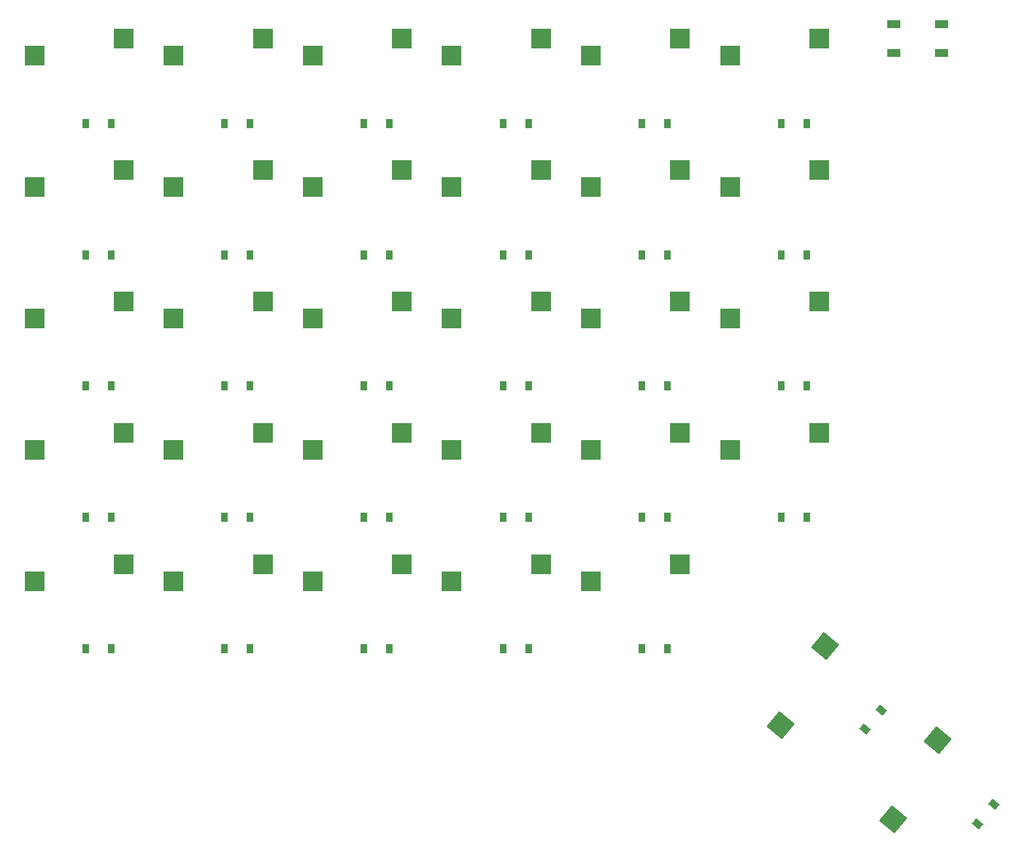
<source format=gbr>
%TF.GenerationSoftware,KiCad,Pcbnew,7.0.7-2.fc38*%
%TF.CreationDate,2023-08-26T22:40:14+08:00*%
%TF.ProjectId,split_keyboard_I,73706c69-745f-46b6-9579-626f6172645f,v1.0.0*%
%TF.SameCoordinates,Original*%
%TF.FileFunction,Paste,Top*%
%TF.FilePolarity,Positive*%
%FSLAX46Y46*%
G04 Gerber Fmt 4.6, Leading zero omitted, Abs format (unit mm)*
G04 Created by KiCad (PCBNEW 7.0.7-2.fc38) date 2023-08-26 22:40:14*
%MOMM*%
%LPD*%
G01*
G04 APERTURE LIST*
G04 Aperture macros list*
%AMRotRect*
0 Rectangle, with rotation*
0 The origin of the aperture is its center*
0 $1 length*
0 $2 width*
0 $3 Rotation angle, in degrees counterclockwise*
0 Add horizontal line*
21,1,$1,$2,0,0,$3*%
G04 Aperture macros list end*
%ADD10R,1.800000X1.100000*%
%ADD11R,2.600000X2.600000*%
%ADD12R,0.900000X1.200000*%
%ADD13RotRect,2.600000X2.600000X50.000000*%
%ADD14RotRect,0.900000X1.200000X50.000000*%
G04 APERTURE END LIST*
D10*
%TO.C,B1*%
X259100000Y-77850000D03*
X252900000Y-77850000D03*
X259100000Y-74150000D03*
X252900000Y-74150000D03*
%TD*%
D11*
%TO.C,S12*%
X189275000Y-127050000D03*
X177725000Y-129250000D03*
%TD*%
%TO.C,S27*%
X243275000Y-110050000D03*
X231725000Y-112250000D03*
%TD*%
%TO.C,S15*%
X189275000Y-76050000D03*
X177725000Y-78250000D03*
%TD*%
D12*
%TO.C,D27*%
X238350000Y-121000000D03*
X241650000Y-121000000D03*
%TD*%
%TO.C,D2*%
X148350000Y-138000000D03*
X151650000Y-138000000D03*
%TD*%
%TO.C,D23*%
X220350000Y-121000000D03*
X223650000Y-121000000D03*
%TD*%
%TO.C,D28*%
X238350000Y-104000000D03*
X241650000Y-104000000D03*
%TD*%
%TO.C,D10*%
X166350000Y-87000000D03*
X169650000Y-87000000D03*
%TD*%
D11*
%TO.C,S18*%
X207275000Y-110050000D03*
X195725000Y-112250000D03*
%TD*%
D12*
%TO.C,D20*%
X202350000Y-87000000D03*
X205650000Y-87000000D03*
%TD*%
D11*
%TO.C,S6*%
X171275000Y-144050000D03*
X159725000Y-146250000D03*
%TD*%
D13*
%TO.C,S30*%
X244012338Y-154641088D03*
X238273439Y-164903034D03*
%TD*%
%TO.C,S31*%
X258567183Y-166854053D03*
X252828284Y-177115999D03*
%TD*%
D12*
%TO.C,D15*%
X184350000Y-87000000D03*
X187650000Y-87000000D03*
%TD*%
%TO.C,D24*%
X220350000Y-104000000D03*
X223650000Y-104000000D03*
%TD*%
D11*
%TO.C,S16*%
X207275000Y-144050000D03*
X195725000Y-146250000D03*
%TD*%
D12*
%TO.C,D6*%
X166350000Y-155000000D03*
X169650000Y-155000000D03*
%TD*%
D11*
%TO.C,S8*%
X171275000Y-110050000D03*
X159725000Y-112250000D03*
%TD*%
%TO.C,S5*%
X153275000Y-76050000D03*
X141725000Y-78250000D03*
%TD*%
%TO.C,S20*%
X207275000Y-76050000D03*
X195725000Y-78250000D03*
%TD*%
%TO.C,S25*%
X225275000Y-76050000D03*
X213725000Y-78250000D03*
%TD*%
%TO.C,S14*%
X189275000Y-93050000D03*
X177725000Y-95250000D03*
%TD*%
%TO.C,S21*%
X225275000Y-144050000D03*
X213725000Y-146250000D03*
%TD*%
%TO.C,S29*%
X243275000Y-76050000D03*
X231725000Y-78250000D03*
%TD*%
D12*
%TO.C,D7*%
X166350000Y-138000000D03*
X169650000Y-138000000D03*
%TD*%
D11*
%TO.C,S7*%
X171275000Y-127050000D03*
X159725000Y-129250000D03*
%TD*%
D12*
%TO.C,D11*%
X184350000Y-155000000D03*
X187650000Y-155000000D03*
%TD*%
%TO.C,D1*%
X148350000Y-155000000D03*
X151650000Y-155000000D03*
%TD*%
D11*
%TO.C,S4*%
X153275000Y-93050000D03*
X141725000Y-95250000D03*
%TD*%
D12*
%TO.C,D25*%
X220350000Y-87000000D03*
X223650000Y-87000000D03*
%TD*%
D14*
%TO.C,D30*%
X249234795Y-165452381D03*
X251355995Y-162924435D03*
%TD*%
D11*
%TO.C,S26*%
X243275000Y-127050000D03*
X231725000Y-129250000D03*
%TD*%
D12*
%TO.C,D8*%
X166350000Y-121000000D03*
X169650000Y-121000000D03*
%TD*%
D11*
%TO.C,S3*%
X153275000Y-110050000D03*
X141725000Y-112250000D03*
%TD*%
%TO.C,S2*%
X153275000Y-127050000D03*
X141725000Y-129250000D03*
%TD*%
%TO.C,S23*%
X225275000Y-110050000D03*
X213725000Y-112250000D03*
%TD*%
D12*
%TO.C,D3*%
X148350000Y-121000000D03*
X151650000Y-121000000D03*
%TD*%
D14*
%TO.C,D31*%
X263789640Y-177665346D03*
X265910840Y-175137400D03*
%TD*%
D12*
%TO.C,D16*%
X202350000Y-155000000D03*
X205650000Y-155000000D03*
%TD*%
%TO.C,D14*%
X184350000Y-104000000D03*
X187650000Y-104000000D03*
%TD*%
D11*
%TO.C,S1*%
X153275000Y-144050000D03*
X141725000Y-146250000D03*
%TD*%
%TO.C,S13*%
X189275000Y-110050000D03*
X177725000Y-112250000D03*
%TD*%
%TO.C,S11*%
X189275000Y-144050000D03*
X177725000Y-146250000D03*
%TD*%
%TO.C,S9*%
X171275000Y-93050000D03*
X159725000Y-95250000D03*
%TD*%
D12*
%TO.C,D29*%
X238350000Y-87000000D03*
X241650000Y-87000000D03*
%TD*%
%TO.C,D4*%
X148350000Y-104000000D03*
X151650000Y-104000000D03*
%TD*%
%TO.C,D5*%
X148350000Y-87000000D03*
X151650000Y-87000000D03*
%TD*%
D11*
%TO.C,S10*%
X171275000Y-76050000D03*
X159725000Y-78250000D03*
%TD*%
%TO.C,S19*%
X207275000Y-93050000D03*
X195725000Y-95250000D03*
%TD*%
%TO.C,S22*%
X225275000Y-127050000D03*
X213725000Y-129250000D03*
%TD*%
D12*
%TO.C,D9*%
X166350000Y-104000000D03*
X169650000Y-104000000D03*
%TD*%
D11*
%TO.C,S17*%
X207275000Y-127050000D03*
X195725000Y-129250000D03*
%TD*%
D12*
%TO.C,D19*%
X202350000Y-104000000D03*
X205650000Y-104000000D03*
%TD*%
%TO.C,D17*%
X202350000Y-138000000D03*
X205650000Y-138000000D03*
%TD*%
%TO.C,D21*%
X220350000Y-155000000D03*
X223650000Y-155000000D03*
%TD*%
D11*
%TO.C,S28*%
X243275000Y-93050000D03*
X231725000Y-95250000D03*
%TD*%
D12*
%TO.C,D22*%
X220350000Y-138000000D03*
X223650000Y-138000000D03*
%TD*%
D11*
%TO.C,S24*%
X225275000Y-93050000D03*
X213725000Y-95250000D03*
%TD*%
D12*
%TO.C,D13*%
X184350000Y-121000000D03*
X187650000Y-121000000D03*
%TD*%
%TO.C,D26*%
X238350000Y-138000000D03*
X241650000Y-138000000D03*
%TD*%
%TO.C,D12*%
X184350000Y-138000000D03*
X187650000Y-138000000D03*
%TD*%
%TO.C,D18*%
X202350000Y-121000000D03*
X205650000Y-121000000D03*
%TD*%
M02*

</source>
